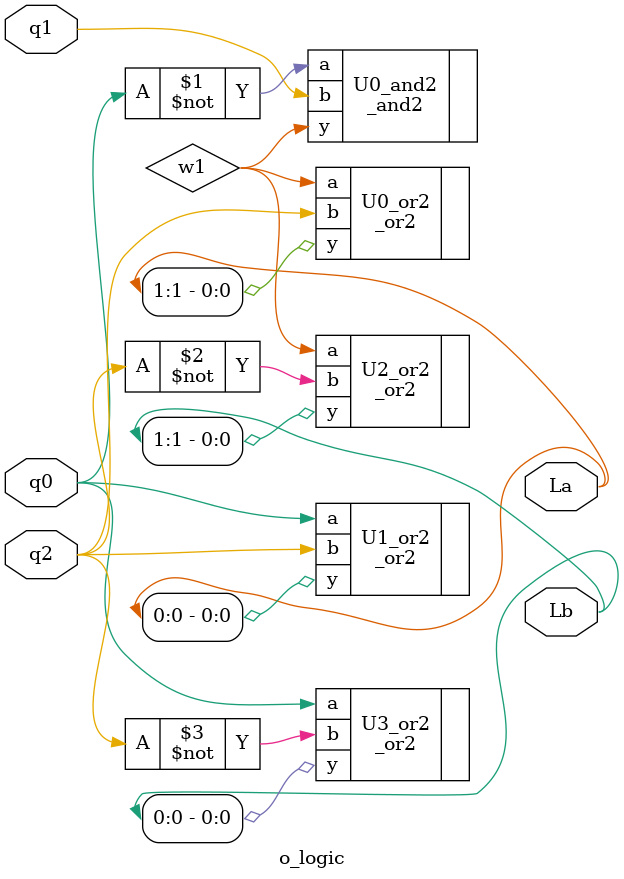
<source format=v>

module o_logic(q2, q1, q0, La, Lb);
	input q2, q1, q0;
	output [1:0] La, Lb;

	wire w1;
	
	_and2 U0_and2(.a(~q0), .b(q1), .y(w1)); 
	_or2 U0_or2(.a(w1), .b(q2), .y(La[1]));			//La[1]
	
	_or2 U1_or2(.a(q0), .b(q2), .y(La[0]));			//La[0]	
	
	_or2 U2_or2(.a(w1), .b(~q2), .y(Lb[1]));		//Lb[1]
	
	_or2 U3_or2(.a(q0), .b(~q2), .y(Lb[0]));		//Lb[0]
 
	
endmodule 
</source>
